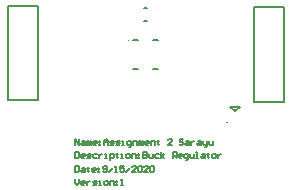
<source format=gto>
G04*
G04 #@! TF.GenerationSoftware,Altium Limited,Altium Designer,20.1.14 (287)*
G04*
G04 Layer_Color=65535*
%FSLAX25Y25*%
%MOIN*%
G70*
G04*
G04 #@! TF.SameCoordinates,1C3036EA-9198-4DC0-AC4A-3EF54EA2E58D*
G04*
G04*
G04 #@! TF.FilePolarity,Positive*
G04*
G01*
G75*
%ADD10C,0.00394*%
%ADD11C,0.00787*%
%ADD12C,0.00807*%
%ADD13C,0.00500*%
D10*
X43701Y53937D02*
G03*
X43701Y53937I-197J0D01*
G01*
X76441Y26669D02*
G03*
X76441Y26669I-197J0D01*
G01*
D11*
X51752Y44488D02*
X53347D01*
X45079D02*
X46673D01*
X51752Y53937D02*
X53347D01*
X45079D02*
X46673D01*
X3366Y65551D02*
X13366D01*
Y34055D02*
Y65551D01*
X3366Y34055D02*
X13366D01*
X3366D02*
Y65551D01*
X85158Y33465D02*
X95157D01*
X85158D02*
Y64961D01*
X95157D01*
Y33465D02*
Y64961D01*
X79000Y30410D02*
Y31197D01*
X48819Y60532D02*
X49606D01*
X48819Y64665D02*
X49606D01*
D12*
X77425Y31591D02*
X80575D01*
X77425D02*
X79000Y30410D01*
X80575Y31591D01*
D13*
X25598Y7814D02*
Y6481D01*
X26265Y5815D01*
X26931Y6481D01*
Y7814D01*
X28598Y5815D02*
X27931D01*
X27598Y6148D01*
Y6815D01*
X27931Y7148D01*
X28598D01*
X28931Y6815D01*
Y6481D01*
X27598D01*
X29597Y7148D02*
Y5815D01*
Y6481D01*
X29930Y6815D01*
X30264Y7148D01*
X30597D01*
X31596Y5815D02*
X32596D01*
X32929Y6148D01*
X32596Y6481D01*
X31930D01*
X31596Y6815D01*
X31930Y7148D01*
X32929D01*
X33596Y5815D02*
X34262D01*
X33929D01*
Y7148D01*
X33596D01*
X35595Y5815D02*
X36262D01*
X36595Y6148D01*
Y6815D01*
X36262Y7148D01*
X35595D01*
X35262Y6815D01*
Y6148D01*
X35595Y5815D01*
X37261D02*
Y7148D01*
X38261D01*
X38594Y6815D01*
Y5815D01*
X39261Y7148D02*
X39594D01*
Y6815D01*
X39261D01*
Y7148D01*
Y6148D02*
X39594D01*
Y5815D01*
X39261D01*
Y6148D01*
X40927Y5815D02*
X41593D01*
X41260D01*
Y7814D01*
X40927Y7481D01*
X25598Y12145D02*
Y10146D01*
X26598D01*
X26931Y10479D01*
Y11812D01*
X26598Y12145D01*
X25598D01*
X27931Y11479D02*
X28598D01*
X28931Y11145D01*
Y10146D01*
X27931D01*
X27598Y10479D01*
X27931Y10812D01*
X28931D01*
X29930Y11812D02*
Y11479D01*
X29597D01*
X30264D01*
X29930D01*
Y10479D01*
X30264Y10146D01*
X32263D02*
X31596D01*
X31263Y10479D01*
Y11145D01*
X31596Y11479D01*
X32263D01*
X32596Y11145D01*
Y10812D01*
X31263D01*
X33263Y11479D02*
X33596D01*
Y11145D01*
X33263D01*
Y11479D01*
Y10479D02*
X33596D01*
Y10146D01*
X33263D01*
Y10479D01*
X34929D02*
X35262Y10146D01*
X35928D01*
X36262Y10479D01*
Y11812D01*
X35928Y12145D01*
X35262D01*
X34929Y11812D01*
Y11479D01*
X35262Y11145D01*
X36262D01*
X36928Y10146D02*
X38261Y11479D01*
X38927Y10146D02*
X39594D01*
X39261D01*
Y12145D01*
X38927Y11812D01*
X41927Y12145D02*
X40594D01*
Y11145D01*
X41260Y11479D01*
X41593D01*
X41927Y11145D01*
Y10479D01*
X41593Y10146D01*
X40927D01*
X40594Y10479D01*
X42593Y10146D02*
X43926Y11479D01*
X45925Y10146D02*
X44592D01*
X45925Y11479D01*
Y11812D01*
X45592Y12145D01*
X44925D01*
X44592Y11812D01*
X46592D02*
X46925Y12145D01*
X47591D01*
X47925Y11812D01*
Y10479D01*
X47591Y10146D01*
X46925D01*
X46592Y10479D01*
Y11812D01*
X49924Y10146D02*
X48591D01*
X49924Y11479D01*
Y11812D01*
X49591Y12145D01*
X48924D01*
X48591Y11812D01*
X50590D02*
X50924Y12145D01*
X51590D01*
X51923Y11812D01*
Y10479D01*
X51590Y10146D01*
X50924D01*
X50590Y10479D01*
Y11812D01*
X25500Y19080D02*
Y21079D01*
X26833Y19080D01*
Y21079D01*
X27833Y20413D02*
X28499D01*
X28832Y20079D01*
Y19080D01*
X27833D01*
X27499Y19413D01*
X27833Y19746D01*
X28832D01*
X29499Y19080D02*
Y20413D01*
X29832D01*
X30165Y20079D01*
Y19080D01*
Y20079D01*
X30498Y20413D01*
X30832Y20079D01*
Y19080D01*
X32498D02*
X31831D01*
X31498Y19413D01*
Y20079D01*
X31831Y20413D01*
X32498D01*
X32831Y20079D01*
Y19746D01*
X31498D01*
X33497Y20413D02*
X33831D01*
Y20079D01*
X33497D01*
Y20413D01*
Y19413D02*
X33831D01*
Y19080D01*
X33497D01*
Y19413D01*
X35164Y19080D02*
Y20413D01*
X35830Y21079D01*
X36496Y20413D01*
Y19080D01*
Y20079D01*
X35164D01*
X37163Y19080D02*
X38163D01*
X38496Y19413D01*
X38163Y19746D01*
X37496D01*
X37163Y20079D01*
X37496Y20413D01*
X38496D01*
X39162Y19080D02*
X40162D01*
X40495Y19413D01*
X40162Y19746D01*
X39496D01*
X39162Y20079D01*
X39496Y20413D01*
X40495D01*
X41162Y19080D02*
X41828D01*
X41495D01*
Y20413D01*
X41162D01*
X43494Y18413D02*
X43827D01*
X44161Y18747D01*
Y20413D01*
X43161D01*
X42828Y20079D01*
Y19413D01*
X43161Y19080D01*
X44161D01*
X44827D02*
Y20413D01*
X45827D01*
X46160Y20079D01*
Y19080D01*
X46826D02*
Y20413D01*
X47160D01*
X47493Y20079D01*
Y19080D01*
Y20079D01*
X47826Y20413D01*
X48159Y20079D01*
Y19080D01*
X49825D02*
X49159D01*
X48826Y19413D01*
Y20079D01*
X49159Y20413D01*
X49825D01*
X50159Y20079D01*
Y19746D01*
X48826D01*
X50825Y19080D02*
Y20413D01*
X51825D01*
X52158Y20079D01*
Y19080D01*
X53158Y20746D02*
Y20413D01*
X52824D01*
X53491D01*
X53158D01*
Y19413D01*
X53491Y19080D01*
X57823D02*
X56490D01*
X57823Y20413D01*
Y20746D01*
X57490Y21079D01*
X56823D01*
X56490Y20746D01*
X61822D02*
X61488Y21079D01*
X60822D01*
X60489Y20746D01*
Y20413D01*
X60822Y20079D01*
X61488D01*
X61822Y19746D01*
Y19413D01*
X61488Y19080D01*
X60822D01*
X60489Y19413D01*
X62821Y20413D02*
X63488D01*
X63821Y20079D01*
Y19080D01*
X62821D01*
X62488Y19413D01*
X62821Y19746D01*
X63821D01*
X64487Y20413D02*
Y19080D01*
Y19746D01*
X64821Y20079D01*
X65154Y20413D01*
X65487D01*
X66820D02*
X67486D01*
X67820Y20079D01*
Y19080D01*
X66820D01*
X66487Y19413D01*
X66820Y19746D01*
X67820D01*
X68486Y20413D02*
Y19413D01*
X68819Y19080D01*
X69819D01*
Y18747D01*
X69486Y18413D01*
X69152D01*
X69819Y19080D02*
Y20413D01*
X70485D02*
Y19413D01*
X70819Y19080D01*
X71818D01*
Y20413D01*
X25500Y16650D02*
Y14651D01*
X26500D01*
X26833Y14984D01*
Y16317D01*
X26500Y16650D01*
X25500D01*
X28499Y14651D02*
X27833D01*
X27499Y14984D01*
Y15650D01*
X27833Y15984D01*
X28499D01*
X28832Y15650D01*
Y15317D01*
X27499D01*
X29499Y14651D02*
X30498D01*
X30832Y14984D01*
X30498Y15317D01*
X29832D01*
X29499Y15650D01*
X29832Y15984D01*
X30832D01*
X32831D02*
X31831D01*
X31498Y15650D01*
Y14984D01*
X31831Y14651D01*
X32831D01*
X33497Y15984D02*
Y14651D01*
Y15317D01*
X33831Y15650D01*
X34164Y15984D01*
X34497D01*
X35497Y14651D02*
X36163D01*
X35830D01*
Y15984D01*
X35497D01*
X37163Y13984D02*
Y15984D01*
X38163D01*
X38496Y15650D01*
Y14984D01*
X38163Y14651D01*
X37163D01*
X39496Y16317D02*
Y15984D01*
X39162D01*
X39829D01*
X39496D01*
Y14984D01*
X39829Y14651D01*
X40828D02*
X41495D01*
X41162D01*
Y15984D01*
X40828D01*
X42828Y14651D02*
X43494D01*
X43827Y14984D01*
Y15650D01*
X43494Y15984D01*
X42828D01*
X42494Y15650D01*
Y14984D01*
X42828Y14651D01*
X44494D02*
Y15984D01*
X45494D01*
X45827Y15650D01*
Y14651D01*
X46493Y15984D02*
X46826D01*
Y15650D01*
X46493D01*
Y15984D01*
Y14984D02*
X46826D01*
Y14651D01*
X46493D01*
Y14984D01*
X48159Y16650D02*
Y14651D01*
X49159D01*
X49492Y14984D01*
Y15317D01*
X49159Y15650D01*
X48159D01*
X49159D01*
X49492Y15984D01*
Y16317D01*
X49159Y16650D01*
X48159D01*
X50159Y15984D02*
Y14984D01*
X50492Y14651D01*
X51492D01*
Y15984D01*
X53491D02*
X52491D01*
X52158Y15650D01*
Y14984D01*
X52491Y14651D01*
X53491D01*
X54157D02*
Y16650D01*
Y15317D02*
X55157Y15984D01*
X54157Y15317D02*
X55157Y14651D01*
X58156D02*
Y16650D01*
X59156D01*
X59489Y16317D01*
Y15650D01*
X59156Y15317D01*
X58156D01*
X58823D02*
X59489Y14651D01*
X61155D02*
X60489D01*
X60155Y14984D01*
Y15650D01*
X60489Y15984D01*
X61155D01*
X61488Y15650D01*
Y15317D01*
X60155D01*
X62821Y13984D02*
X63154D01*
X63488Y14318D01*
Y15984D01*
X62488D01*
X62155Y15650D01*
Y14984D01*
X62488Y14651D01*
X63488D01*
X64154Y15984D02*
Y14984D01*
X64487Y14651D01*
X65487D01*
Y15984D01*
X66154Y14651D02*
X66820D01*
X66487D01*
Y16650D01*
X66154D01*
X68153Y15984D02*
X68819D01*
X69152Y15650D01*
Y14651D01*
X68153D01*
X67820Y14984D01*
X68153Y15317D01*
X69152D01*
X70152Y16317D02*
Y15984D01*
X69819D01*
X70485D01*
X70152D01*
Y14984D01*
X70485Y14651D01*
X71818D02*
X72485D01*
X72818Y14984D01*
Y15650D01*
X72485Y15984D01*
X71818D01*
X71485Y15650D01*
Y14984D01*
X71818Y14651D01*
X73484Y15984D02*
Y14651D01*
Y15317D01*
X73818Y15650D01*
X74151Y15984D01*
X74484D01*
M02*

</source>
